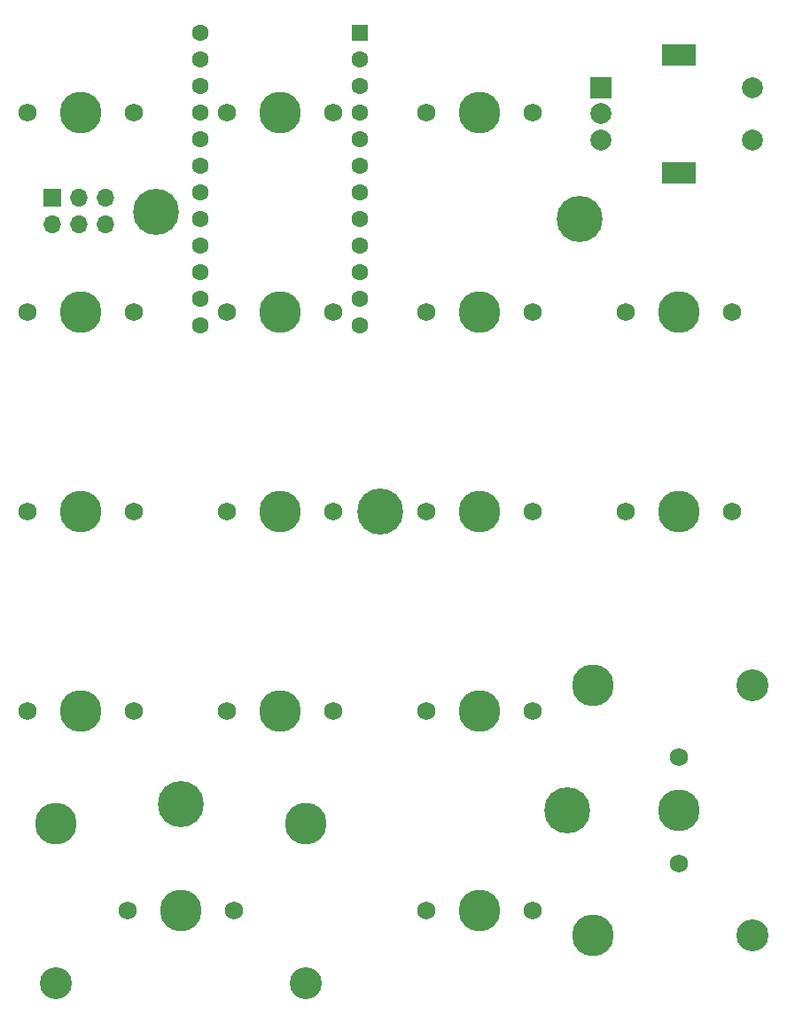
<source format=gbr>
%TF.GenerationSoftware,KiCad,Pcbnew,(5.1.7)-1*%
%TF.CreationDate,2020-12-04T00:36:09-08:00*%
%TF.ProjectId,dropout-microusb,64726f70-6f75-4742-9d6d-6963726f7573,rev?*%
%TF.SameCoordinates,Original*%
%TF.FileFunction,Soldermask,Top*%
%TF.FilePolarity,Negative*%
%FSLAX46Y46*%
G04 Gerber Fmt 4.6, Leading zero omitted, Abs format (unit mm)*
G04 Created by KiCad (PCBNEW (5.1.7)-1) date 2020-12-04 00:36:09*
%MOMM*%
%LPD*%
G01*
G04 APERTURE LIST*
%ADD10O,1.700000X1.700000*%
%ADD11R,1.700000X1.700000*%
%ADD12C,3.987800*%
%ADD13C,3.048000*%
%ADD14C,1.750000*%
%ADD15C,1.600000*%
%ADD16R,1.600000X1.600000*%
%ADD17R,2.000000X2.000000*%
%ADD18C,2.000000*%
%ADD19R,3.200000X2.000000*%
%ADD20C,4.400000*%
G04 APERTURE END LIST*
D10*
%TO.C,J-ISP1*%
X104013000Y-70358000D03*
X104013000Y-67818000D03*
X101473000Y-70358000D03*
X101473000Y-67818000D03*
X98933000Y-70358000D03*
D11*
X98933000Y-67818000D03*
%TD*%
D12*
%TO.C,K-ENT1*%
X150549508Y-114412405D03*
X150549508Y-138288405D03*
D13*
X165789508Y-114412405D03*
X165789508Y-138288405D03*
D14*
X158804508Y-121270405D03*
X158804508Y-131430405D03*
D12*
X158804508Y-126350405D03*
%TD*%
%TO.C,K-0*%
X123117508Y-127620405D03*
X99241508Y-127620405D03*
D13*
X123117508Y-142860405D03*
X99241508Y-142860405D03*
D14*
X116259508Y-135875405D03*
X106099508Y-135875405D03*
D12*
X111179508Y-135875405D03*
%TD*%
D15*
%TO.C,U1*%
X113084532Y-52055405D03*
X113084532Y-54595405D03*
X113084532Y-57135405D03*
X113084532Y-59675405D03*
X113084532Y-62215405D03*
X113084532Y-64755405D03*
X113084532Y-67295405D03*
X113084532Y-69835405D03*
X113084532Y-72375405D03*
X113084532Y-74915405D03*
X113084532Y-77455405D03*
X113084532Y-79995405D03*
X128324532Y-79995405D03*
X128324532Y-77455405D03*
X128324532Y-74915405D03*
X128324532Y-72375405D03*
X128324532Y-69835405D03*
X128324532Y-67295405D03*
X128324532Y-64755405D03*
X128324532Y-62215405D03*
X128324532Y-59675405D03*
X128324532Y-57135405D03*
X128324532Y-54595405D03*
D16*
X128324532Y-52055405D03*
%TD*%
D17*
%TO.C,SW1*%
X151304508Y-57294155D03*
D18*
X151304508Y-59794155D03*
X151304508Y-62294155D03*
D19*
X158804508Y-54194155D03*
X158804508Y-65394155D03*
D18*
X165804508Y-57294155D03*
X165804508Y-62294155D03*
%TD*%
D12*
%TO.C,K-STAR1*%
X139754508Y-59675405D03*
D14*
X134674508Y-59675405D03*
X144834508Y-59675405D03*
%TD*%
D12*
%TO.C,K-PLUS1*%
X158804508Y-97775405D03*
D14*
X153724508Y-97775405D03*
X163884508Y-97775405D03*
%TD*%
%TO.C,K-NUM1*%
X106734508Y-59675405D03*
X96574508Y-59675405D03*
D12*
X101654508Y-59675405D03*
%TD*%
%TO.C,K-MIN1*%
X158804508Y-78725405D03*
D14*
X153724508Y-78725405D03*
X163884508Y-78725405D03*
%TD*%
D12*
%TO.C,K-DEL1*%
X139754508Y-135875405D03*
D14*
X134674508Y-135875405D03*
X144834508Y-135875405D03*
%TD*%
D12*
%TO.C,K-/1*%
X120704508Y-59675405D03*
D14*
X115624508Y-59675405D03*
X125784508Y-59675405D03*
%TD*%
D12*
%TO.C,K-9*%
X139754508Y-78725405D03*
D14*
X134674508Y-78725405D03*
X144834508Y-78725405D03*
%TD*%
D12*
%TO.C,K-8*%
X120704508Y-78725405D03*
D14*
X115624508Y-78725405D03*
X125784508Y-78725405D03*
%TD*%
D12*
%TO.C,K-7*%
X101654508Y-78725405D03*
D14*
X96574508Y-78725405D03*
X106734508Y-78725405D03*
%TD*%
D12*
%TO.C,K-6*%
X139754508Y-97775405D03*
D14*
X134674508Y-97775405D03*
X144834508Y-97775405D03*
%TD*%
D12*
%TO.C,K-5*%
X120704508Y-97775405D03*
D14*
X115624508Y-97775405D03*
X125784508Y-97775405D03*
%TD*%
D12*
%TO.C,K-4*%
X101654508Y-97775405D03*
D14*
X96574508Y-97775405D03*
X106734508Y-97775405D03*
%TD*%
D12*
%TO.C,K-1*%
X101654516Y-116825381D03*
D14*
X96574516Y-116825381D03*
X106734516Y-116825381D03*
%TD*%
D12*
%TO.C,K-2*%
X120704508Y-116825405D03*
D14*
X115624508Y-116825405D03*
X125784508Y-116825405D03*
%TD*%
D12*
%TO.C,K-3*%
X139754548Y-116825381D03*
D14*
X134674548Y-116825381D03*
X144834548Y-116825381D03*
%TD*%
D20*
%TO.C,H5*%
X108798272Y-69200341D03*
%TD*%
%TO.C,H4*%
X148088930Y-126350389D03*
%TD*%
%TO.C,H3*%
X130229540Y-97775365D03*
%TD*%
%TO.C,H2*%
X149279556Y-69826199D03*
%TD*%
%TO.C,H1*%
X111179524Y-125755076D03*
%TD*%
M02*

</source>
